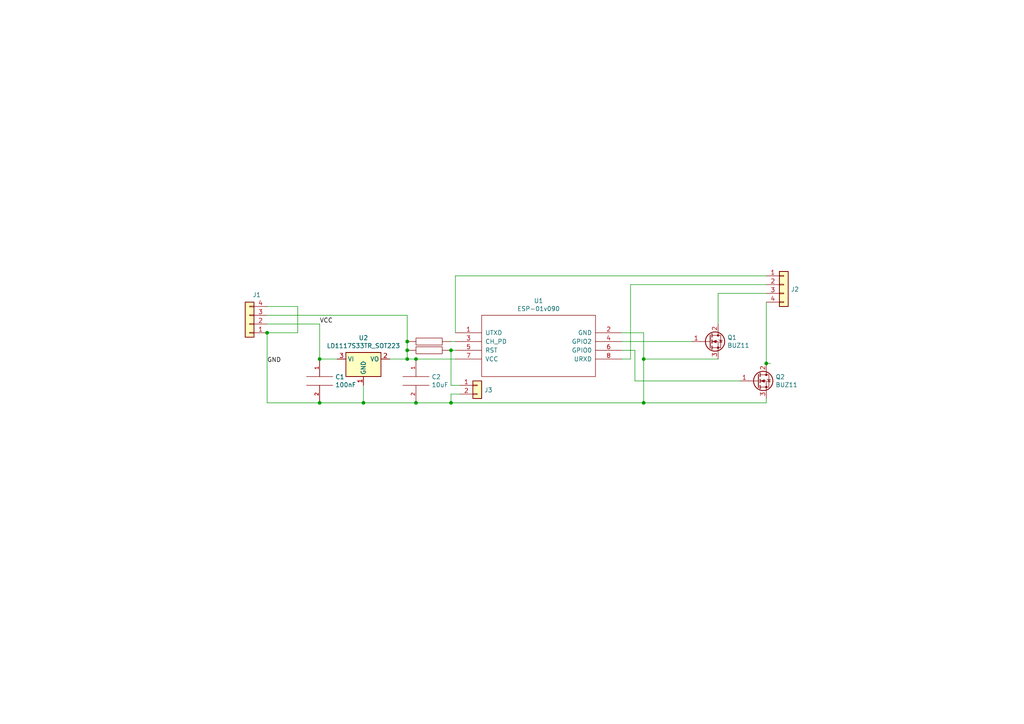
<source format=kicad_sch>
(kicad_sch (version 20250114) (generator "eeschema") (generator_version "9.0")
  (paper "A4")
  (title_block (title "TasmotaGeneric") (date "2021-12-05") (rev "0.1") (company "Stanley Solutions - Joe Stanley") (comment 1 "License: GPLv3.0"))
  (lib_symbols
    (symbol "Connector_Generic:Conn_01x02" (pin_names (offset 1.016) (hide yes))
      (property "Reference" "J" (at 0 2.54 0))
      (property "Value" "Conn_01x02" (at 0 -5.08 0))
      (symbol "Conn_01x02_1_1"
        (rectangle (start -1.27 1.27) (end 1.27 -3.81) (stroke (width 0.254)) (fill (type background)))
        (rectangle (start -1.27 0.127) (end 0 -0.127) (stroke (width 0.1524)))
        (rectangle (start -1.27 -2.413) (end 0 -2.667) (stroke (width 0.1524)))
        (pin passive line (at -5.08 0 0) (length 3.81) (name "Pin_1") (number "1"))
        (pin passive line (at -5.08 -2.54 0) (length 3.81) (name "Pin_2") (number "2"))
      )
    )
    (symbol "Connector_Generic:Conn_01x04" (pin_names (offset 1.016) (hide yes))
      (property "Reference" "J" (at 0 5.08 0))
      (property "Value" "Conn_01x04" (at 0 -7.62 0))
      (symbol "Conn_01x04_1_1"
        (rectangle (start -1.27 3.81) (end 1.27 -6.35) (stroke (width 0.254)) (fill (type background)))
        (rectangle (start -1.27 2.667) (end 0 2.413) (stroke (width 0.1524)))
        (rectangle (start -1.27 0.127) (end 0 -0.127) (stroke (width 0.1524)))
        (rectangle (start -1.27 -2.413) (end 0 -2.667) (stroke (width 0.1524)))
        (rectangle (start -1.27 -4.953) (end 0 -5.207) (stroke (width 0.1524)))
        (pin passive line (at -5.08 2.54 0) (length 3.81) (name "Pin_1") (number "1"))
        (pin passive line (at -5.08 0 0) (length 3.81) (name "Pin_2") (number "2"))
        (pin passive line (at -5.08 -2.54 0) (length 3.81) (name "Pin_3") (number "3"))
        (pin passive line (at -5.08 -5.08 0) (length 3.81) (name "Pin_4") (number "4"))
      )
    )
    (symbol "Regulator_Linear:LD1117S33TR_SOT223"
      (property "Reference" "U" (at -3.81 3.175 0))
      (property "Value" "LD1117S33TR_SOT223" (at 0 3.175 0))
      (symbol "LD1117S33TR_SOT223_0_1"
        (rectangle (start -5.08 -5.08) (end 5.08 1.905) (stroke (width 0.254)) (fill (type background)))
      )
      (symbol "LD1117S33TR_SOT223_1_1"
        (pin power_in line (at -7.62 0 0) (length 2.54) (name "VI") (number "3"))
        (pin power_in line (at 0 -7.62 90) (length 2.54) (name "GND") (number "1"))
        (pin power_out line (at 7.62 0 180) (length 2.54) (name "VO") (number "2"))
      )
    )
    (symbol "TasmotaGenericPCB-rescue:C-pspice" (pin_names (offset 0.254))
      (property "Reference" "C" (at 2.54 3.81 90))
      (property "Value" "pspice_C" (at 2.54 -3.81 90))
      (symbol "C-pspice_0_1"
        (polyline (pts (xy -3.81 1.27) (xy 3.81 1.27)))
        (polyline (pts (xy -3.81 -1.27) (xy 3.81 -1.27)))
      )
      (symbol "C-pspice_1_1"
        (pin passive line (at 0 6.35 270) (length 5.08) (name "~") (number "1"))
        (pin passive line (at 0 -6.35 90) (length 5.08) (name "~") (number "2"))
      )
    )
    (symbol "TasmotaGenericPCB-rescue:ESP-01v090-ESP8266" (pin_names (offset 1.016))
      (property "Reference" "U" (at 0 -2.54 0))
      (property "Value" "ESP8266_ESP-01v090" (at 0 2.54 0))
      (symbol "ESP-01v090-ESP8266_1_0"
        (rectangle (start -16.51 -8.89) (end 16.51 8.89))
      )
      (symbol "ESP-01v090-ESP8266_1_1"
        (pin output line (at -24.13 3.81 0) (length 7.62) (name "UTXD") (number "1"))
        (pin input line (at -24.13 1.27 0) (length 7.62) (name "CH_PD") (number "3"))
        (pin input line (at -24.13 -1.27 0) (length 7.62) (name "RST") (number "5"))
        (pin power_in line (at -24.13 -3.81 0) (length 7.62) (name "VCC") (number "7"))
        (pin power_in line (at 24.13 3.81 180) (length 7.62) (name "GND") (number "2"))
        (pin tri_state line (at 24.13 1.27 180) (length 7.62) (name "GPIO2") (number "4"))
        (pin tri_state line (at 24.13 -1.27 180) (length 7.62) (name "GPIO0") (number "6"))
        (pin input line (at 24.13 -3.81 180) (length 7.62) (name "URXD") (number "8"))
      )
    )
    (symbol "TasmotaGenericPCB-rescue:R-pspice" (pin_numbers (hide yes)) (pin_names (offset 0))
      (property "Reference" "R" (at 2.032 0 90))
      (property "Value" "pspice_R" (at 0 0 90))
      (symbol "R-pspice_0_1"
        (rectangle (start -1.016 3.81) (end 1.016 -3.81))
      )
      (symbol "R-pspice_1_1"
        (pin passive line (at 0 6.35 270) (length 2.54) (name "~") (number "1"))
        (pin passive line (at 0 -6.35 90) (length 2.54) (name "~") (number "2"))
      )
    )
    (symbol "Transistor_FET:BUZ11" (pin_names (hide yes))
      (property "Reference" "Q" (at 6.35 1.905 0))
      (property "Value" "BUZ11" (at 6.35 0 0))
      (symbol "BUZ11_0_1"
        (polyline (pts (xy 0.254 1.905) (xy 0.254 -1.905)) (stroke (width 0.254)))
        (polyline (pts (xy 0.254 0) (xy -2.54 0)))
        (polyline (pts (xy 0.762 2.286) (xy 0.762 1.27)) (stroke (width 0.254)))
        (polyline (pts (xy 0.762 0.508) (xy 0.762 -0.508)) (stroke (width 0.254)))
        (polyline (pts (xy 0.762 -1.27) (xy 0.762 -2.286)) (stroke (width 0.254)))
        (polyline (pts (xy 0.762 -1.778) (xy 3.302 -1.778) (xy 3.302 1.778) (xy 0.762 1.778)))
        (polyline (pts (xy 1.016 0) (xy 2.032 0.381) (xy 2.032 -0.381) (xy 1.016 0)) (fill (type outline)))
        (circle (center 1.651 0) (radius 2.794) (stroke (width 0.254)))
        (polyline (pts (xy 2.54 2.54) (xy 2.54 1.778)))
        (circle (center 2.54 1.778) (radius 0.254) (fill (type outline)))
        (circle (center 2.54 -1.778) (radius 0.254) (fill (type outline)))
        (polyline (pts (xy 2.54 -2.54) (xy 2.54 0) (xy 0.762 0)))
        (polyline (pts (xy 2.794 0.508) (xy 2.921 0.381) (xy 3.683 0.381) (xy 3.81 0.254)))
        (polyline (pts (xy 3.302 0.381) (xy 2.921 -0.254) (xy 3.683 -0.254) (xy 3.302 0.381)))
      )
      (symbol "BUZ11_1_1"
        (pin input line (at -5.08 0 0) (length 2.54) (name "G") (number "1"))
        (pin passive line (at 2.54 5.08 270) (length 2.54) (name "D") (number "2"))
        (pin passive line (at 2.54 -5.08 90) (length 2.54) (name "S") (number "3"))
      )
    )
  )
  (junction (at 118.11 104.14))
  (junction (at 105.41 116.84))
  (junction (at 92.71 104.14))
  (junction (at 130.81 101.6))
  (junction (at 77.47 96.52))
  (junction (at 222.25 105.41))
  (junction (at 120.65 116.84))
  (junction (at 92.71 116.84))
  (junction (at 186.69 104.14))
  (junction (at 118.11 99.06))
  (junction (at 118.11 101.6))
  (junction (at 186.69 116.84))
  (junction (at 130.81 116.84))
  (junction (at 120.65 104.14))
  (wire (pts (xy 92.71 116.84) (xy 105.41 116.84)))
  (wire (pts (xy 186.69 96.52) (xy 186.69 104.14)))
  (wire (pts (xy 118.11 101.6) (xy 118.11 104.14)))
  (wire (pts (xy 120.65 104.14) (xy 132.08 104.14)))
  (wire (pts (xy 97.79 104.14) (xy 92.71 104.14)))
  (wire (pts (xy 222.25 105.41) (xy 222.25 87.63)))
  (wire (pts (xy 113.03 104.14) (xy 118.11 104.14)))
  (wire (pts (xy 182.88 104.14) (xy 182.88 82.55)))
  (wire (pts (xy 208.28 85.09) (xy 208.28 93.98)))
  (wire (pts (xy 132.08 101.6) (xy 130.81 101.6)))
  (wire (pts (xy 77.47 91.44) (xy 118.11 91.44)))
  (wire (pts (xy 222.25 80.01) (xy 132.08 80.01)))
  (wire (pts (xy 130.81 114.3) (xy 130.81 116.84)))
  (wire (pts (xy 222.25 115.57) (xy 222.25 116.84)))
  (wire (pts (xy 133.35 111.76) (xy 130.81 111.76)))
  (wire (pts (xy 180.34 104.14) (xy 182.88 104.14)))
  (wire (pts (xy 105.41 111.76) (xy 105.41 116.84)))
  (wire (pts (xy 77.47 88.9) (xy 86.36 88.9)))
  (wire (pts (xy 133.35 114.3) (xy 130.81 114.3)))
  (wire (pts (xy 77.47 116.84) (xy 77.47 96.52)))
  (wire (pts (xy 77.47 93.98) (xy 92.71 93.98)))
  (wire (pts (xy 186.69 116.84) (xy 130.81 116.84)))
  (wire (pts (xy 105.41 116.84) (xy 120.65 116.84)))
  (wire (pts (xy 86.36 96.52) (xy 77.47 96.52)))
  (wire (pts (xy 118.11 104.14) (xy 120.65 104.14)))
  (wire (pts (xy 132.08 80.01) (xy 132.08 96.52)))
  (wire (pts (xy 118.11 99.06) (xy 118.11 101.6)))
  (wire (pts (xy 222.25 85.09) (xy 208.28 85.09)))
  (wire (pts (xy 130.81 111.76) (xy 130.81 101.6)))
  (wire (pts (xy 92.71 116.84) (xy 77.47 116.84)))
  (wire (pts (xy 223.52 105.41) (xy 222.25 105.41)))
  (wire (pts (xy 132.08 99.06) (xy 130.81 99.06)))
  (wire (pts (xy 92.71 93.98) (xy 92.71 104.14)))
  (wire (pts (xy 214.63 110.49) (xy 184.15 110.49)))
  (wire (pts (xy 180.34 99.06) (xy 200.66 99.06)))
  (wire (pts (xy 184.15 101.6) (xy 180.34 101.6)))
  (wire (pts (xy 86.36 88.9) (xy 86.36 96.52)))
  (wire (pts (xy 186.69 104.14) (xy 186.69 116.84)))
  (wire (pts (xy 182.88 82.55) (xy 222.25 82.55)))
  (wire (pts (xy 186.69 96.52) (xy 180.34 96.52)))
  (wire (pts (xy 208.28 104.14) (xy 186.69 104.14)))
  (wire (pts (xy 130.81 116.84) (xy 120.65 116.84)))
  (wire (pts (xy 222.25 116.84) (xy 186.69 116.84)))
  (wire (pts (xy 118.11 91.44) (xy 118.11 99.06)))
  (wire (pts (xy 184.15 110.49) (xy 184.15 101.6)))
  (label "GND" (at 77.47 105.41 0))
  (label "VCC" (at 92.71 93.98 0))
  (symbol (lib_id "Regulator_Linear:LD1117S33TR_SOT223") (at 105.41 104.14 0) (unit 1)
    (property "Reference" "U2" (at 105.41 97.9932 0))
    (property "Value" "LD1117S33TR_SOT223" (at 105.41 100.3046 0))
    (property "Footprint" "Transistor:TO-220F-3_Vertical" (effects (hide yes)))
    (property "Datasheet" "http://www.st.com/st-web-ui/static/active/en/resource/technical/document/datasheet/CD00000544.pdf" (effects (hide yes)))
  )
  (symbol (lib_id "TasmotaGenericPCB-rescue:ESP-01v090-ESP8266") (at 156.21 100.33 0) (unit 1)
    (property "Reference" "U1" (at 156.21 87.249 0))
    (property "Value" "ESP-01v090" (at 156.21 89.5604 0))
    (property "Footprint" "TasmotaGenericPCB:ESP-01" (effects (hide yes)))
    (property "Datasheet" "http://l0l.org.uk/2014/12/esp8266-modules-hardware-guide-gotta-catch-em-all/" (effects (hide yes)))
  )
  (symbol (lib_id "TasmotaGenericPCB-rescue:C-pspice") (at 120.65 110.49 0) (unit 1)
    (property "Reference" "C2" (at 125.1712 109.3216 0) (effects (justify left)))
    (property "Value" "10uF" (at 125.1712 111.633 0) (effects (justify left)))
    (property "Footprint" "Capacitors:C_Disc_D8.0mm_W5.0mm_P5.00mm" (effects (hide yes)))
  )
  (symbol (lib_id "TasmotaGenericPCB-rescue:C-pspice") (at 92.71 110.49 0) (unit 1)
    (property "Reference" "C1" (at 97.2312 109.3216 0) (effects (justify left)))
    (property "Value" "100nF" (at 97.2312 111.633 0) (effects (justify left)))
    (property "Footprint" "Capacitors:C_Disc_D8.0mm_W5.0mm_P5.00mm" (effects (hide yes)))
  )
  (symbol (lib_id "Transistor_FET:BUZ11") (at 205.74 99.06 0) (unit 1)
    (property "Reference" "Q1" (at 210.947 97.8916 0) (effects (justify left)))
    (property "Value" "BUZ11" (at 210.947 100.203 0) (effects (justify left)))
    (property "Footprint" "Transistor:TO-220F-3_Vertical" (effects (hide yes)))
    (property "Datasheet" "https://media.digikey.com/pdf/Data%20Sheets/Fairchild%20PDFs/BUZ11.pdf" (effects (hide yes)))
  )
  (symbol (lib_id "Transistor_FET:BUZ11") (at 219.71 110.49 0) (unit 1)
    (property "Reference" "Q2" (at 224.917 109.3216 0) (effects (justify left)))
    (property "Value" "BUZ11" (at 224.917 111.633 0) (effects (justify left)))
    (property "Footprint" "Transistor:TO-220F-3_Vertical" (effects (hide yes)))
    (property "Datasheet" "https://media.digikey.com/pdf/Data%20Sheets/Fairchild%20PDFs/BUZ11.pdf" (effects (hide yes)))
  )
  (symbol (lib_id "Connector_Generic:Conn_01x04") (at 227.33 82.55 0) (unit 1)
    (property "Reference" "J2" (at 229.362 83.9216 0) (effects (justify left)))
    (property "Value" "Conn_01x04" (effects (hide yes)))
    (property "Footprint" "Connector_Phoenix_MC_HighVoltage:PhoenixContact_MCV_1,5_4-G-5.08_1x04_P5.08mm_Vertical" (effects (hide yes)))
  )
  (symbol (lib_id "Connector_Generic:Conn_01x04") (at 72.39 93.98 180) (unit 1)
    (property "Reference" "J1" (at 74.4728 85.5218 0))
    (property "Value" "Conn_01x04" (effects (hide yes)))
    (property "Footprint" "Connector_Phoenix_MC_HighVoltage:PhoenixContact_MCV_1,5_4-G-5.08_1x04_P5.08mm_Vertical" (effects (hide yes)))
  )
  (symbol (lib_id "Connector_Generic:Conn_01x02") (at 138.43 111.76 0) (unit 1)
    (property "Reference" "J3" (at 140.462 113.1316 0) (effects (justify left)))
    (property "Value" "ResetPinout" (effects (hide yes)))
    (property "Footprint" "Connector_Phoenix_MC_HighVoltage:PhoenixContact_MCV_1,5_2-G-5.08_1x02_P5.08mm_Vertical" (effects (hide yes)))
  )
  (symbol (lib_id "TasmotaGenericPCB-rescue:R-pspice") (at 124.46 101.6 270) (unit 1)
    (property "Reference" "R2" (effects (hide yes)))
    (property "Value" "4.7k" (effects (hide yes)))
    (property "Footprint" "Resistors:R_Axial_DIN0207_L6.3mm_D2.5mm_P10.16mm_Horizontal" (effects (hide yes)))
  )
  (symbol (lib_id "TasmotaGenericPCB-rescue:R-pspice") (at 124.46 99.06 270) (unit 1)
    (property "Reference" "R1" (effects (hide yes)))
    (property "Value" "4.7k" (effects (hide yes)))
    (property "Footprint" "Resistors:R_Axial_DIN0207_L6.3mm_D2.5mm_P10.16mm_Horizontal" (effects (hide yes)))
  )
)
</source>
